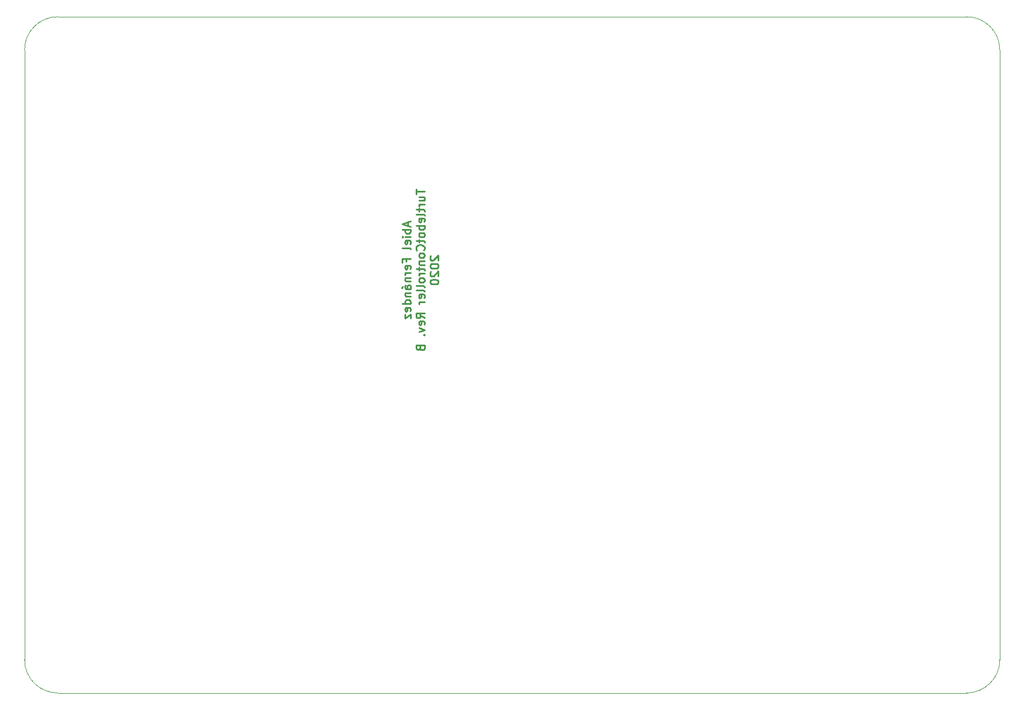
<source format=gbr>
G04 #@! TF.GenerationSoftware,KiCad,Pcbnew,5.1.6*
G04 #@! TF.CreationDate,2020-05-27T20:37:31-05:00*
G04 #@! TF.ProjectId,TurtlebotController,54757274-6c65-4626-9f74-436f6e74726f,rev?*
G04 #@! TF.SameCoordinates,Original*
G04 #@! TF.FileFunction,Legend,Bot*
G04 #@! TF.FilePolarity,Positive*
%FSLAX46Y46*%
G04 Gerber Fmt 4.6, Leading zero omitted, Abs format (unit mm)*
G04 Created by KiCad (PCBNEW 5.1.6) date 2020-05-27 20:37:31*
%MOMM*%
%LPD*%
G01*
G04 APERTURE LIST*
%ADD10C,0.225000*%
G04 #@! TA.AperFunction,Profile*
%ADD11C,0.050000*%
G04 #@! TD*
G04 APERTURE END LIST*
D10*
X127808333Y-67438095D02*
X127808333Y-68033333D01*
X128165476Y-67319047D02*
X126915476Y-67735714D01*
X128165476Y-68152380D01*
X128165476Y-68569047D02*
X126915476Y-68569047D01*
X127391666Y-68569047D02*
X127332142Y-68688095D01*
X127332142Y-68926190D01*
X127391666Y-69045238D01*
X127451190Y-69104761D01*
X127570238Y-69164285D01*
X127927380Y-69164285D01*
X128046428Y-69104761D01*
X128105952Y-69045238D01*
X128165476Y-68926190D01*
X128165476Y-68688095D01*
X128105952Y-68569047D01*
X128165476Y-69700000D02*
X127332142Y-69700000D01*
X126915476Y-69700000D02*
X126975000Y-69640476D01*
X127034523Y-69700000D01*
X126975000Y-69759523D01*
X126915476Y-69700000D01*
X127034523Y-69700000D01*
X128105952Y-70771428D02*
X128165476Y-70652380D01*
X128165476Y-70414285D01*
X128105952Y-70295238D01*
X127986904Y-70235714D01*
X127510714Y-70235714D01*
X127391666Y-70295238D01*
X127332142Y-70414285D01*
X127332142Y-70652380D01*
X127391666Y-70771428D01*
X127510714Y-70830952D01*
X127629761Y-70830952D01*
X127748809Y-70235714D01*
X128165476Y-71545238D02*
X128105952Y-71426190D01*
X127986904Y-71366666D01*
X126915476Y-71366666D01*
X127510714Y-73390476D02*
X127510714Y-72973809D01*
X128165476Y-72973809D02*
X126915476Y-72973809D01*
X126915476Y-73569047D01*
X128105952Y-74521428D02*
X128165476Y-74402380D01*
X128165476Y-74164285D01*
X128105952Y-74045238D01*
X127986904Y-73985714D01*
X127510714Y-73985714D01*
X127391666Y-74045238D01*
X127332142Y-74164285D01*
X127332142Y-74402380D01*
X127391666Y-74521428D01*
X127510714Y-74580952D01*
X127629761Y-74580952D01*
X127748809Y-73985714D01*
X128165476Y-75116666D02*
X127332142Y-75116666D01*
X127570238Y-75116666D02*
X127451190Y-75176190D01*
X127391666Y-75235714D01*
X127332142Y-75354761D01*
X127332142Y-75473809D01*
X127332142Y-75890476D02*
X128165476Y-75890476D01*
X127451190Y-75890476D02*
X127391666Y-75950000D01*
X127332142Y-76069047D01*
X127332142Y-76247619D01*
X127391666Y-76366666D01*
X127510714Y-76426190D01*
X128165476Y-76426190D01*
X128165476Y-77557142D02*
X127510714Y-77557142D01*
X127391666Y-77497619D01*
X127332142Y-77378571D01*
X127332142Y-77140476D01*
X127391666Y-77021428D01*
X128105952Y-77557142D02*
X128165476Y-77438095D01*
X128165476Y-77140476D01*
X128105952Y-77021428D01*
X127986904Y-76961904D01*
X127867857Y-76961904D01*
X127748809Y-77021428D01*
X127689285Y-77140476D01*
X127689285Y-77438095D01*
X127629761Y-77557142D01*
X126855952Y-77378571D02*
X127034523Y-77200000D01*
X127332142Y-78152380D02*
X128165476Y-78152380D01*
X127451190Y-78152380D02*
X127391666Y-78211904D01*
X127332142Y-78330952D01*
X127332142Y-78509523D01*
X127391666Y-78628571D01*
X127510714Y-78688095D01*
X128165476Y-78688095D01*
X128165476Y-79819047D02*
X126915476Y-79819047D01*
X128105952Y-79819047D02*
X128165476Y-79700000D01*
X128165476Y-79461904D01*
X128105952Y-79342857D01*
X128046428Y-79283333D01*
X127927380Y-79223809D01*
X127570238Y-79223809D01*
X127451190Y-79283333D01*
X127391666Y-79342857D01*
X127332142Y-79461904D01*
X127332142Y-79700000D01*
X127391666Y-79819047D01*
X128105952Y-80890476D02*
X128165476Y-80771428D01*
X128165476Y-80533333D01*
X128105952Y-80414285D01*
X127986904Y-80354761D01*
X127510714Y-80354761D01*
X127391666Y-80414285D01*
X127332142Y-80533333D01*
X127332142Y-80771428D01*
X127391666Y-80890476D01*
X127510714Y-80950000D01*
X127629761Y-80950000D01*
X127748809Y-80354761D01*
X127332142Y-81366666D02*
X127332142Y-82021428D01*
X128165476Y-81366666D01*
X128165476Y-82021428D01*
X129015476Y-62527380D02*
X129015476Y-63241666D01*
X130265476Y-62884523D02*
X129015476Y-62884523D01*
X129432142Y-64194047D02*
X130265476Y-64194047D01*
X129432142Y-63658333D02*
X130086904Y-63658333D01*
X130205952Y-63717857D01*
X130265476Y-63836904D01*
X130265476Y-64015476D01*
X130205952Y-64134523D01*
X130146428Y-64194047D01*
X130265476Y-64789285D02*
X129432142Y-64789285D01*
X129670238Y-64789285D02*
X129551190Y-64848809D01*
X129491666Y-64908333D01*
X129432142Y-65027380D01*
X129432142Y-65146428D01*
X129432142Y-65384523D02*
X129432142Y-65860714D01*
X129015476Y-65563095D02*
X130086904Y-65563095D01*
X130205952Y-65622619D01*
X130265476Y-65741666D01*
X130265476Y-65860714D01*
X130265476Y-66455952D02*
X130205952Y-66336904D01*
X130086904Y-66277380D01*
X129015476Y-66277380D01*
X130205952Y-67408333D02*
X130265476Y-67289285D01*
X130265476Y-67051190D01*
X130205952Y-66932142D01*
X130086904Y-66872619D01*
X129610714Y-66872619D01*
X129491666Y-66932142D01*
X129432142Y-67051190D01*
X129432142Y-67289285D01*
X129491666Y-67408333D01*
X129610714Y-67467857D01*
X129729761Y-67467857D01*
X129848809Y-66872619D01*
X130265476Y-68003571D02*
X129015476Y-68003571D01*
X129491666Y-68003571D02*
X129432142Y-68122619D01*
X129432142Y-68360714D01*
X129491666Y-68479761D01*
X129551190Y-68539285D01*
X129670238Y-68598809D01*
X130027380Y-68598809D01*
X130146428Y-68539285D01*
X130205952Y-68479761D01*
X130265476Y-68360714D01*
X130265476Y-68122619D01*
X130205952Y-68003571D01*
X130265476Y-69313095D02*
X130205952Y-69194047D01*
X130146428Y-69134523D01*
X130027380Y-69075000D01*
X129670238Y-69075000D01*
X129551190Y-69134523D01*
X129491666Y-69194047D01*
X129432142Y-69313095D01*
X129432142Y-69491666D01*
X129491666Y-69610714D01*
X129551190Y-69670238D01*
X129670238Y-69729761D01*
X130027380Y-69729761D01*
X130146428Y-69670238D01*
X130205952Y-69610714D01*
X130265476Y-69491666D01*
X130265476Y-69313095D01*
X129432142Y-70086904D02*
X129432142Y-70563095D01*
X129015476Y-70265476D02*
X130086904Y-70265476D01*
X130205952Y-70325000D01*
X130265476Y-70444047D01*
X130265476Y-70563095D01*
X130146428Y-71694047D02*
X130205952Y-71634523D01*
X130265476Y-71455952D01*
X130265476Y-71336904D01*
X130205952Y-71158333D01*
X130086904Y-71039285D01*
X129967857Y-70979761D01*
X129729761Y-70920238D01*
X129551190Y-70920238D01*
X129313095Y-70979761D01*
X129194047Y-71039285D01*
X129075000Y-71158333D01*
X129015476Y-71336904D01*
X129015476Y-71455952D01*
X129075000Y-71634523D01*
X129134523Y-71694047D01*
X130265476Y-72408333D02*
X130205952Y-72289285D01*
X130146428Y-72229761D01*
X130027380Y-72170238D01*
X129670238Y-72170238D01*
X129551190Y-72229761D01*
X129491666Y-72289285D01*
X129432142Y-72408333D01*
X129432142Y-72586904D01*
X129491666Y-72705952D01*
X129551190Y-72765476D01*
X129670238Y-72825000D01*
X130027380Y-72825000D01*
X130146428Y-72765476D01*
X130205952Y-72705952D01*
X130265476Y-72586904D01*
X130265476Y-72408333D01*
X129432142Y-73360714D02*
X130265476Y-73360714D01*
X129551190Y-73360714D02*
X129491666Y-73420238D01*
X129432142Y-73539285D01*
X129432142Y-73717857D01*
X129491666Y-73836904D01*
X129610714Y-73896428D01*
X130265476Y-73896428D01*
X129432142Y-74313095D02*
X129432142Y-74789285D01*
X129015476Y-74491666D02*
X130086904Y-74491666D01*
X130205952Y-74551190D01*
X130265476Y-74670238D01*
X130265476Y-74789285D01*
X130265476Y-75205952D02*
X129432142Y-75205952D01*
X129670238Y-75205952D02*
X129551190Y-75265476D01*
X129491666Y-75325000D01*
X129432142Y-75444047D01*
X129432142Y-75563095D01*
X130265476Y-76158333D02*
X130205952Y-76039285D01*
X130146428Y-75979761D01*
X130027380Y-75920238D01*
X129670238Y-75920238D01*
X129551190Y-75979761D01*
X129491666Y-76039285D01*
X129432142Y-76158333D01*
X129432142Y-76336904D01*
X129491666Y-76455952D01*
X129551190Y-76515476D01*
X129670238Y-76575000D01*
X130027380Y-76575000D01*
X130146428Y-76515476D01*
X130205952Y-76455952D01*
X130265476Y-76336904D01*
X130265476Y-76158333D01*
X130265476Y-77289285D02*
X130205952Y-77170238D01*
X130086904Y-77110714D01*
X129015476Y-77110714D01*
X130265476Y-77944047D02*
X130205952Y-77825000D01*
X130086904Y-77765476D01*
X129015476Y-77765476D01*
X130205952Y-78896428D02*
X130265476Y-78777380D01*
X130265476Y-78539285D01*
X130205952Y-78420238D01*
X130086904Y-78360714D01*
X129610714Y-78360714D01*
X129491666Y-78420238D01*
X129432142Y-78539285D01*
X129432142Y-78777380D01*
X129491666Y-78896428D01*
X129610714Y-78955952D01*
X129729761Y-78955952D01*
X129848809Y-78360714D01*
X130265476Y-79491666D02*
X129432142Y-79491666D01*
X129670238Y-79491666D02*
X129551190Y-79551190D01*
X129491666Y-79610714D01*
X129432142Y-79729761D01*
X129432142Y-79848809D01*
X130265476Y-81932142D02*
X129670238Y-81515476D01*
X130265476Y-81217857D02*
X129015476Y-81217857D01*
X129015476Y-81694047D01*
X129075000Y-81813095D01*
X129134523Y-81872619D01*
X129253571Y-81932142D01*
X129432142Y-81932142D01*
X129551190Y-81872619D01*
X129610714Y-81813095D01*
X129670238Y-81694047D01*
X129670238Y-81217857D01*
X130205952Y-82944047D02*
X130265476Y-82825000D01*
X130265476Y-82586904D01*
X130205952Y-82467857D01*
X130086904Y-82408333D01*
X129610714Y-82408333D01*
X129491666Y-82467857D01*
X129432142Y-82586904D01*
X129432142Y-82825000D01*
X129491666Y-82944047D01*
X129610714Y-83003571D01*
X129729761Y-83003571D01*
X129848809Y-82408333D01*
X129432142Y-83420238D02*
X130265476Y-83717857D01*
X129432142Y-84015476D01*
X130146428Y-84491666D02*
X130205952Y-84551190D01*
X130265476Y-84491666D01*
X130205952Y-84432142D01*
X130146428Y-84491666D01*
X130265476Y-84491666D01*
X129610714Y-86455952D02*
X129670238Y-86634523D01*
X129729761Y-86694047D01*
X129848809Y-86753571D01*
X130027380Y-86753571D01*
X130146428Y-86694047D01*
X130205952Y-86634523D01*
X130265476Y-86515476D01*
X130265476Y-86039285D01*
X129015476Y-86039285D01*
X129015476Y-86455952D01*
X129075000Y-86575000D01*
X129134523Y-86634523D01*
X129253571Y-86694047D01*
X129372619Y-86694047D01*
X129491666Y-86634523D01*
X129551190Y-86575000D01*
X129610714Y-86455952D01*
X129610714Y-86039285D01*
X131234523Y-72557142D02*
X131175000Y-72616666D01*
X131115476Y-72735714D01*
X131115476Y-73033333D01*
X131175000Y-73152380D01*
X131234523Y-73211904D01*
X131353571Y-73271428D01*
X131472619Y-73271428D01*
X131651190Y-73211904D01*
X132365476Y-72497619D01*
X132365476Y-73271428D01*
X131115476Y-74045238D02*
X131115476Y-74164285D01*
X131175000Y-74283333D01*
X131234523Y-74342857D01*
X131353571Y-74402380D01*
X131591666Y-74461904D01*
X131889285Y-74461904D01*
X132127380Y-74402380D01*
X132246428Y-74342857D01*
X132305952Y-74283333D01*
X132365476Y-74164285D01*
X132365476Y-74045238D01*
X132305952Y-73926190D01*
X132246428Y-73866666D01*
X132127380Y-73807142D01*
X131889285Y-73747619D01*
X131591666Y-73747619D01*
X131353571Y-73807142D01*
X131234523Y-73866666D01*
X131175000Y-73926190D01*
X131115476Y-74045238D01*
X131234523Y-74938095D02*
X131175000Y-74997619D01*
X131115476Y-75116666D01*
X131115476Y-75414285D01*
X131175000Y-75533333D01*
X131234523Y-75592857D01*
X131353571Y-75652380D01*
X131472619Y-75652380D01*
X131651190Y-75592857D01*
X132365476Y-74878571D01*
X132365476Y-75652380D01*
X131115476Y-76426190D02*
X131115476Y-76545238D01*
X131175000Y-76664285D01*
X131234523Y-76723809D01*
X131353571Y-76783333D01*
X131591666Y-76842857D01*
X131889285Y-76842857D01*
X132127380Y-76783333D01*
X132246428Y-76723809D01*
X132305952Y-76664285D01*
X132365476Y-76545238D01*
X132365476Y-76426190D01*
X132305952Y-76307142D01*
X132246428Y-76247619D01*
X132127380Y-76188095D01*
X131889285Y-76128571D01*
X131591666Y-76128571D01*
X131353571Y-76188095D01*
X131234523Y-76247619D01*
X131175000Y-76307142D01*
X131115476Y-76426190D01*
D11*
X70000000Y-133500000D02*
X70000000Y-41500000D01*
X212000000Y-138500000D02*
X75000000Y-138500000D01*
X217000000Y-41500000D02*
X217000000Y-133500000D01*
X75000000Y-36500000D02*
X212000000Y-36500000D01*
X217000000Y-133500000D02*
G75*
G02*
X212000000Y-138500000I-5000000J0D01*
G01*
X75000000Y-138500000D02*
G75*
G02*
X70000000Y-133500000I0J5000000D01*
G01*
X212000000Y-36500000D02*
G75*
G02*
X217000000Y-41500000I0J-5000000D01*
G01*
X70000000Y-41500000D02*
G75*
G02*
X75000000Y-36500000I5000000J0D01*
G01*
M02*

</source>
